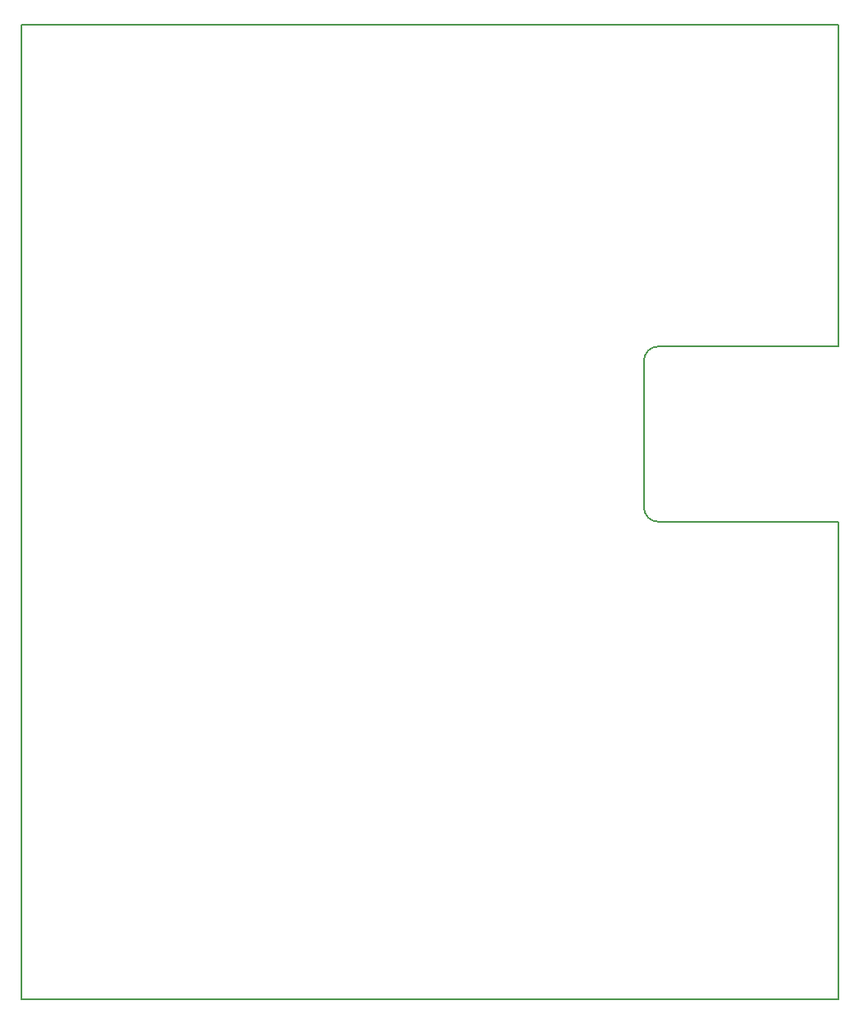
<source format=gbr>
G04 #@! TF.GenerationSoftware,KiCad,Pcbnew,(5.1.2)-1*
G04 #@! TF.CreationDate,2019-12-09T15:18:37+03:00*
G04 #@! TF.ProjectId,controller_board,636f6e74-726f-46c6-9c65-725f626f6172,rev?*
G04 #@! TF.SameCoordinates,Original*
G04 #@! TF.FileFunction,Profile,NP*
%FSLAX46Y46*%
G04 Gerber Fmt 4.6, Leading zero omitted, Abs format (unit mm)*
G04 Created by KiCad (PCBNEW (5.1.2)-1) date 2019-12-09 15:18:37*
%MOMM*%
%LPD*%
G04 APERTURE LIST*
%ADD10C,0.150000*%
G04 APERTURE END LIST*
D10*
X200000000Y-91000000D02*
X200000000Y-140000000D01*
X200000000Y-73000000D02*
X200000000Y-40000000D01*
X181500000Y-91000000D02*
G75*
G02X180000000Y-89500000I0J1500000D01*
G01*
X180000000Y-74500000D02*
G75*
G02X181500000Y-73000000I1500000J0D01*
G01*
X181500000Y-91000000D02*
X200000000Y-91000000D01*
X180000000Y-74500000D02*
X180000000Y-89500000D01*
X200000000Y-73000000D02*
X181500000Y-73000000D01*
X116000000Y-40000000D02*
X200000000Y-40000000D01*
X116000000Y-140000000D02*
X116000000Y-40000000D01*
X200000000Y-140000000D02*
X116000000Y-140000000D01*
M02*

</source>
